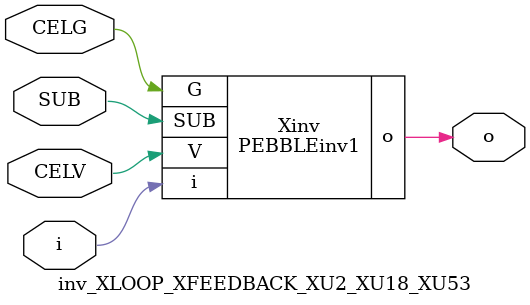
<source format=v>



module PEBBLEinv1 ( o, G, SUB, V, i );

  input V;
  input i;
  input G;
  output o;
  input SUB;
endmodule

//Celera Confidential Do Not Copy inv_XLOOP_XFEEDBACK_XU2_XU18_XU53
//Celera Confidential Symbol Generator
//5V Inverter
module inv_XLOOP_XFEEDBACK_XU2_XU18_XU53 (CELV,CELG,i,o,SUB);
input CELV;
input CELG;
input i;
input SUB;
output o;

//Celera Confidential Do Not Copy inv
PEBBLEinv1 Xinv(
.V (CELV),
.i (i),
.o (o),
.SUB (SUB),
.G (CELG)
);
//,diesize,PEBBLEinv1

//Celera Confidential Do Not Copy Module End
//Celera Schematic Generator
endmodule

</source>
